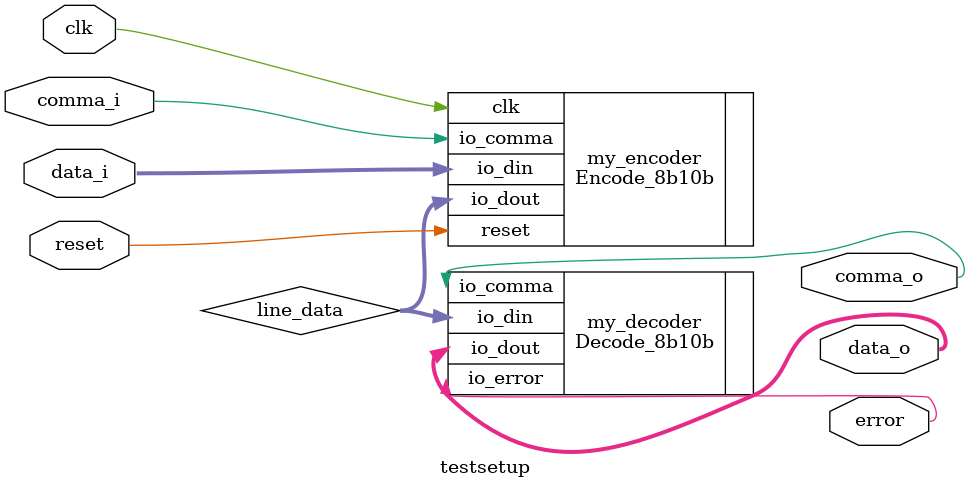
<source format=sv>
/*
    Test bench for the 8b10b encoder / decoder (SystemVerilog part
    used by the Cocotb test bench Test8b10b.py)
    

    Copyright (C) 2025, Yves Acremann, ETH Zurich

    This program is free software: you can redistribute it and/or modify
    it under the terms of the GNU General Public License as published by
    the Free Software Foundation, either version 3 of the License, or
    (at your option) any later version.

    This program is distributed in the hope that it will be useful,
    but WITHOUT ANY WARRANTY; without even the implied warranty of
    MERCHANTABILITY or FITNESS FOR A PARTICULAR PURPOSE.  See the
    GNU General Public License for more details.

    You should have received a copy of the GNU General Public License
    along with this program.  If not, see <https://www.gnu.org/licenses/>.
 
 */


module testsetup(
    input logic clk,
    input logic reset,
    input logic comma_i,
    input logic [7:0] data_i,
    output logic [7:0] data_o,
    output logic comma_o,
    output logic error
);

    logic [9:0] line_data;
    
    
    
    Encode_8b10b my_encoder(
        .clk(clk),
        .reset(reset),
        .io_comma(comma_i),
        .io_din(data_i),
        .io_dout(line_data)
    );
    
    
    Decode_8b10b my_decoder(
        .io_din(line_data),
        .io_comma(comma_o),
        .io_error(error),
        .io_dout(data_o)
    );
    
    
    
    

endmodule

</source>
